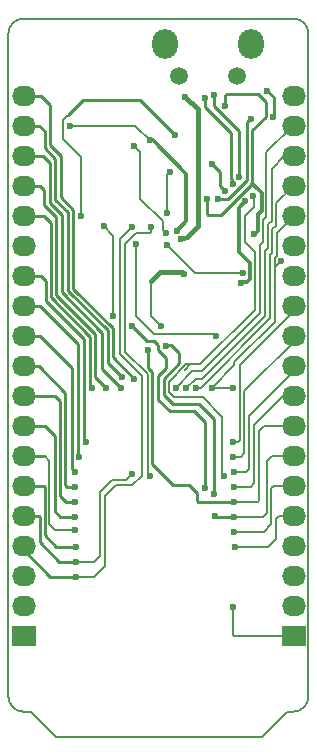
<source format=gbr>
G04 #@! TF.FileFunction,Copper,L2,Bot,Signal*
%FSLAX46Y46*%
G04 Gerber Fmt 4.6, Leading zero omitted, Abs format (unit mm)*
G04 Created by KiCad (PCBNEW (2015-01-16 BZR 5376)-product) date 03-Feb-17 1:00:34 PM*
%MOMM*%
G01*
G04 APERTURE LIST*
%ADD10C,0.100000*%
%ADD11C,0.150000*%
%ADD12R,2.032000X1.727200*%
%ADD13O,2.032000X1.727200*%
%ADD14C,1.500000*%
%ADD15O,2.200000X2.500000*%
%ADD16C,0.600000*%
%ADD17C,0.250000*%
%ADD18C,0.200000*%
%ADD19C,0.400000*%
%ADD20C,0.300000*%
G04 APERTURE END LIST*
D10*
D11*
X98806000Y-128143000D02*
X99060000Y-127889000D01*
X81407000Y-128143000D02*
X98806000Y-128143000D01*
X81153000Y-127889000D02*
X81407000Y-128143000D01*
X77343000Y-124714000D02*
X77343000Y-68580000D01*
X79248000Y-125984000D02*
X78613000Y-125984000D01*
X101473000Y-125984000D02*
X100965000Y-125984000D01*
X102743000Y-68580000D02*
X102743000Y-124714000D01*
X78613000Y-67310000D02*
X101473000Y-67310000D01*
X78613000Y-67310000D02*
G75*
G03X77343000Y-68580000I0J-1270000D01*
G01*
X102743000Y-68580000D02*
G75*
G03X101473000Y-67310000I-1270000J0D01*
G01*
X101473000Y-125984000D02*
G75*
G03X102743000Y-124714000I0J1270000D01*
G01*
X77343000Y-124714000D02*
G75*
G03X78613000Y-125984000I1270000J0D01*
G01*
X81153000Y-127889000D02*
X79248000Y-125984000D01*
X100965000Y-125984000D02*
X99060000Y-127889000D01*
D12*
X78622721Y-119577474D03*
D13*
X78622721Y-117037474D03*
X78622721Y-114497474D03*
X78622721Y-111957474D03*
X78622721Y-109417474D03*
X78622721Y-106877474D03*
X78622721Y-104337474D03*
X78622721Y-101797474D03*
X78622721Y-99257474D03*
X78622721Y-96717474D03*
X78622721Y-94177474D03*
X78622721Y-91637474D03*
X78622721Y-89097474D03*
X78622721Y-86557474D03*
X78622721Y-84017474D03*
X78622721Y-81477474D03*
X78622721Y-78937474D03*
X78622721Y-76397474D03*
X78622721Y-73857474D03*
D12*
X101482721Y-119577474D03*
D13*
X101482721Y-117037474D03*
X101482721Y-114497474D03*
X101482721Y-111957474D03*
X101482721Y-109417474D03*
X101482721Y-106877474D03*
X101482721Y-104337474D03*
X101482721Y-101797474D03*
X101482721Y-99257474D03*
X101482721Y-96717474D03*
X101482721Y-94177474D03*
X101482721Y-91637474D03*
X101482721Y-89097474D03*
X101482721Y-86557474D03*
X101482721Y-84017474D03*
X101482721Y-81477474D03*
X101482721Y-78937474D03*
X101482721Y-76397474D03*
X101482721Y-73857474D03*
D14*
X96659000Y-72136000D03*
D15*
X97859000Y-69486000D03*
D14*
X91809000Y-72136000D03*
D15*
X90609000Y-69486000D03*
D16*
X99250500Y-73406000D03*
X99758500Y-75628500D03*
X90255920Y-93313875D03*
X82991520Y-110585875D03*
X95694500Y-81915000D03*
X94615000Y-79659239D03*
X92329000Y-73914000D03*
X91948000Y-85979000D03*
X92202000Y-88900000D03*
X97840800Y-75844400D03*
X95046800Y-82600800D03*
X82585120Y-76397475D03*
X91576720Y-85287475D03*
X94132400Y-82600800D03*
X95707200Y-74676000D03*
X89290720Y-77616675D03*
X98094800Y-85547200D03*
X96351920Y-117139075D03*
X87766720Y-93313875D03*
X93964320Y-107080674D03*
X86169500Y-92456000D03*
X85407500Y-84899500D03*
X97383600Y-82753200D03*
X97028000Y-89725500D03*
X94932500Y-94170500D03*
X88138000Y-86360000D03*
X83042320Y-114548276D03*
X87766720Y-84982675D03*
X83042320Y-113329074D03*
X87766720Y-105861475D03*
X89290720Y-106064675D03*
X89443121Y-84982676D03*
X96901000Y-80708500D03*
X94742000Y-73787000D03*
X93980000Y-74041000D03*
X96329500Y-81343500D03*
X90678000Y-85471000D03*
X88011000Y-78105000D03*
X94573921Y-98546276D03*
X100457000Y-87820500D03*
X96329500Y-98615500D03*
X97180400Y-88849200D03*
X90805000Y-86487000D03*
X96504320Y-112008275D03*
X96453520Y-110738275D03*
X98044000Y-82296000D03*
X95567500Y-106045000D03*
X96453520Y-109468275D03*
X90662320Y-94990275D03*
X94726319Y-107537875D03*
X94827920Y-109417475D03*
X96402720Y-108249074D03*
X89189119Y-95345875D03*
X96402720Y-106928275D03*
X96402720Y-105709075D03*
X96351920Y-104388275D03*
X96351920Y-103169075D03*
X83905920Y-103169075D03*
X83347119Y-104439075D03*
X82940720Y-105709075D03*
X82991520Y-106928275D03*
X82991520Y-108198276D03*
X82940720Y-109468274D03*
X83042320Y-112059075D03*
X93253120Y-98597075D03*
X92389520Y-98597075D03*
X91525920Y-98546275D03*
X87969921Y-97784274D03*
X86953920Y-97682676D03*
X86903120Y-98597075D03*
X85633120Y-98597076D03*
X84413922Y-98597075D03*
X90763921Y-83763475D03*
X91059000Y-80264000D03*
X83499520Y-84017476D03*
X91440000Y-77152500D03*
D17*
X99250500Y-73406000D02*
X99822000Y-73977500D01*
X99822000Y-73977500D02*
X99822000Y-75565000D01*
X99822000Y-75565000D02*
X99758500Y-75628500D01*
D18*
X89392320Y-92450276D02*
X90255920Y-93313875D01*
X89392320Y-89550680D02*
X89392320Y-92450276D01*
D11*
X81315120Y-110585875D02*
X82991520Y-110585875D01*
X80807120Y-110077875D02*
X81315120Y-110585875D01*
X80807120Y-104743875D02*
X80807120Y-110077875D01*
X80400721Y-104337475D02*
X80807120Y-104743875D01*
D17*
X78622720Y-104337475D02*
X80400721Y-104337475D01*
D19*
X93405520Y-82493474D02*
X93405520Y-82493474D01*
D17*
X95250000Y-80294239D02*
X94615000Y-79659239D01*
X95250000Y-80294239D02*
X95250000Y-81470500D01*
X95250000Y-81470500D02*
X95694500Y-81915000D01*
D19*
X93405520Y-74990520D02*
X93405520Y-75330675D01*
X92329000Y-73914000D02*
X93405520Y-74990520D01*
X93405520Y-75330675D02*
X93405520Y-82493474D01*
X93405520Y-84830275D02*
X92440321Y-85795474D01*
X92440321Y-85795474D02*
X92440320Y-85795474D01*
X92440320Y-85795474D02*
X91948000Y-85979000D01*
X93405520Y-82493474D02*
X93405520Y-84830275D01*
X92202000Y-88900000D02*
X92075000Y-88773000D01*
X92075000Y-88773000D02*
X90170000Y-88773000D01*
X90170000Y-88773000D02*
X89392320Y-89550680D01*
D17*
X95046800Y-82600800D02*
X95961200Y-82600800D01*
X97561400Y-81000600D02*
X97561400Y-80086200D01*
X95961200Y-82600800D02*
X97561400Y-81000600D01*
X97561400Y-80086200D02*
X97561400Y-76073000D01*
X97561400Y-76073000D02*
X97790000Y-75844400D01*
X97790000Y-75844400D02*
X97840800Y-75844400D01*
D18*
X89290720Y-77616675D02*
X88071520Y-76397475D01*
X88071520Y-76397475D02*
X82585120Y-76397475D01*
D20*
X91576720Y-85287475D02*
X92389520Y-84474676D01*
X92389520Y-84474676D02*
X92389520Y-80461475D01*
X92389520Y-80461475D02*
X89544719Y-77616675D01*
X89544719Y-77616675D02*
X89290720Y-77616675D01*
D17*
X94132400Y-82600800D02*
X94132400Y-83820000D01*
X94132400Y-83820000D02*
X94234000Y-83921600D01*
X94234000Y-83921600D02*
X95351600Y-83921600D01*
X95351600Y-83921600D02*
X97993200Y-81280000D01*
X97993200Y-81280000D02*
X97993200Y-76758800D01*
X97993200Y-76758800D02*
X99110800Y-75641200D01*
X99110800Y-75641200D02*
X99110800Y-74371200D01*
X99110800Y-74371200D02*
X98450400Y-73710800D01*
X98450400Y-73710800D02*
X95808800Y-73710800D01*
X95808800Y-73710800D02*
X95707200Y-73812400D01*
X95707200Y-73812400D02*
X95707200Y-74676000D01*
D20*
X98202798Y-85547200D02*
X98488500Y-85261498D01*
X98488500Y-85261498D02*
X98488500Y-84328000D01*
X98488500Y-81775300D02*
X97993200Y-81280000D01*
X98094800Y-85547200D02*
X98202798Y-85547200D01*
X98488500Y-83883500D02*
X98786998Y-83585002D01*
X98786998Y-83585002D02*
X98786998Y-82073798D01*
X98786998Y-82073798D02*
X98488500Y-81775300D01*
X98488500Y-84328000D02*
X98488500Y-83883500D01*
D18*
X96351920Y-119526676D02*
X96351920Y-117139075D01*
X96402720Y-119577476D02*
X96351920Y-119526676D01*
X101482721Y-119577474D02*
X96402720Y-119577476D01*
D17*
X87766720Y-93313875D02*
X89087520Y-94634674D01*
X89087520Y-94634674D02*
X89697120Y-94634674D01*
X89697120Y-94634674D02*
X90001920Y-94939475D01*
X90001920Y-94939475D02*
X90001920Y-95345875D01*
X90001920Y-95345875D02*
X90713121Y-96057075D01*
X90713121Y-96057075D02*
X90713120Y-96929380D01*
X90713120Y-96929380D02*
X90043000Y-97599500D01*
X90043000Y-97599500D02*
X90043000Y-99568000D01*
X90043000Y-99568000D02*
X90995500Y-100520500D01*
X90995500Y-100520500D02*
X93027480Y-100520500D01*
X93027480Y-100520500D02*
X93964320Y-101457344D01*
X93964320Y-101457344D02*
X93964320Y-107080674D01*
D18*
X86169500Y-92456000D02*
X86233000Y-92392500D01*
X86233000Y-92392500D02*
X86233000Y-85725000D01*
X86233000Y-85725000D02*
X85407500Y-84899500D01*
D20*
X97790000Y-88036400D02*
X96824800Y-87071200D01*
X96824800Y-87071200D02*
X96824800Y-83312000D01*
X96824800Y-83312000D02*
X97383600Y-82753200D01*
X97790000Y-88074500D02*
X97790000Y-88036400D01*
X97790000Y-88036400D02*
X97790000Y-88074500D01*
X97790000Y-89344500D02*
X97790000Y-88036400D01*
X97536000Y-89598500D02*
X97790000Y-89344500D01*
X97155000Y-89598500D02*
X97536000Y-89598500D01*
X97028000Y-89725500D02*
X97155000Y-89598500D01*
D18*
X94932500Y-94170500D02*
X94742000Y-93980000D01*
X94742000Y-93980000D02*
X89662000Y-93980000D01*
X89662000Y-93980000D02*
X88138000Y-92456000D01*
X88138000Y-92456000D02*
X88138000Y-86360000D01*
D17*
X78622720Y-112313076D02*
X78622721Y-111957475D01*
X83042320Y-114548276D02*
X80857920Y-114548276D01*
X80857920Y-114548276D02*
X78622720Y-112313076D01*
D18*
X87766720Y-84982675D02*
X86750720Y-85998675D01*
X86750720Y-85998675D02*
X86750720Y-95701474D01*
X86750720Y-95701474D02*
X88630320Y-97581076D01*
X88630320Y-97581076D02*
X88630320Y-106013874D01*
X88630320Y-106013874D02*
X87817520Y-106826676D01*
X87817520Y-106826676D02*
X86445922Y-106826675D01*
X86445922Y-106826675D02*
X85531521Y-107741075D01*
X85531521Y-107741075D02*
X85531520Y-113633874D01*
X85531520Y-113633874D02*
X84617120Y-114548274D01*
X84617120Y-114548274D02*
X83042320Y-114548276D01*
D17*
X79994320Y-109468275D02*
X79943520Y-109417475D01*
X79994320Y-111652675D02*
X79994320Y-109468275D01*
X81619920Y-113278274D02*
X79994320Y-111652675D01*
X82991520Y-113278274D02*
X81619920Y-113278274D01*
X83042320Y-113329074D02*
X82991520Y-113278274D01*
X79943520Y-109417475D02*
X78622721Y-109417474D01*
D18*
X84617121Y-113329074D02*
X83042320Y-113329074D01*
X85125120Y-112821075D02*
X84617121Y-113329074D01*
X85125120Y-107385474D02*
X85125120Y-112821075D01*
X86141120Y-106369474D02*
X85125120Y-107385474D01*
X86344320Y-106369474D02*
X86141120Y-106369474D01*
X87258720Y-106369475D02*
X86344320Y-106369474D01*
X87766720Y-105861475D02*
X87258720Y-106369475D01*
X89138320Y-105912275D02*
X89290720Y-106064675D01*
X89138320Y-97428675D02*
X89138320Y-105912275D01*
X87207920Y-95498275D02*
X89138320Y-97428675D01*
X87207920Y-86405074D02*
X87207920Y-95498275D01*
X88122320Y-85490674D02*
X87207920Y-86405074D01*
X89290720Y-85490676D02*
X88122320Y-85490674D01*
X89443120Y-85338275D02*
X89290720Y-85490676D01*
X89443121Y-84982676D02*
X89443120Y-85338275D01*
D17*
X96901000Y-77343000D02*
X96901000Y-76946554D01*
X96901000Y-80708500D02*
X96901000Y-77343000D01*
X96901000Y-76835000D02*
X94742000Y-74676000D01*
X94742000Y-74676000D02*
X94742000Y-73787000D01*
X96901000Y-77343000D02*
X96901000Y-76835000D01*
X96202500Y-77025500D02*
X93980000Y-74803000D01*
X93980000Y-74803000D02*
X93980000Y-74041000D01*
X96329500Y-81343500D02*
X96329500Y-81026000D01*
X96202500Y-80899000D02*
X96202500Y-77216000D01*
X96329500Y-81026000D02*
X96202500Y-80899000D01*
X96202500Y-77216000D02*
X96202500Y-77025500D01*
D18*
X90678000Y-85471000D02*
X90424000Y-85217000D01*
X90424000Y-85217000D02*
X90424000Y-84455000D01*
X90424000Y-84455000D02*
X88519000Y-82550000D01*
X88519000Y-78994000D02*
X88519000Y-78867000D01*
X88519000Y-82550000D02*
X88519000Y-78994000D01*
X88519000Y-78613000D02*
X88011000Y-78105000D01*
X88519000Y-78994000D02*
X88519000Y-78613000D01*
X94573921Y-98546276D02*
X96453520Y-96666675D01*
X96453520Y-96666675D02*
X96453519Y-96412675D01*
X96453519Y-96412675D02*
X99907920Y-92958274D01*
X99907920Y-87820500D02*
X99907920Y-87544080D01*
X99907920Y-88455500D02*
X99907920Y-87820500D01*
X99907920Y-92958274D02*
X99907920Y-88455500D01*
X96329500Y-98615500D02*
X96260276Y-98546276D01*
X96260276Y-98546276D02*
X94573921Y-98546276D01*
X97180400Y-88849200D02*
X97167700Y-88836500D01*
X97167700Y-88836500D02*
X93154500Y-88836500D01*
X90805000Y-86487000D02*
X93154500Y-88836500D01*
X99907920Y-88369580D02*
X100457000Y-87820500D01*
X99907920Y-88455500D02*
X99907920Y-88369580D01*
X100076000Y-87376000D02*
X99907920Y-87544080D01*
X100076000Y-85471000D02*
X100076000Y-87376000D01*
X101482721Y-84064279D02*
X100076000Y-85471000D01*
X101482721Y-84017474D02*
X101482721Y-84064279D01*
X96504320Y-112008275D02*
X99349121Y-112008275D01*
X99349121Y-112008275D02*
X100009520Y-111347874D01*
X100009520Y-111347874D02*
X100009522Y-109671475D01*
X100009522Y-109671475D02*
X100263520Y-109417475D01*
X100263520Y-109417475D02*
X101482721Y-109417474D01*
X96453520Y-110738275D02*
X98993521Y-110738275D01*
X98993521Y-110738275D02*
X99609519Y-110122278D01*
X99609519Y-110122278D02*
X99609518Y-107074277D01*
X99609518Y-107074277D02*
X99806320Y-106877475D01*
X99806320Y-106877475D02*
X101482720Y-106877475D01*
X98234500Y-87058500D02*
X98234500Y-91948000D01*
X98234500Y-91948000D02*
X93599000Y-96583500D01*
X92964000Y-96583500D02*
X92710000Y-96583500D01*
X93599000Y-96583500D02*
X92964000Y-96583500D01*
X92710000Y-96583500D02*
X92265500Y-97028000D01*
X98044000Y-82296000D02*
X98171000Y-82423000D01*
X98171000Y-82423000D02*
X98171000Y-83248500D01*
X98171000Y-83248500D02*
X97409000Y-84010500D01*
X97409000Y-84010500D02*
X97409000Y-86233000D01*
X97409000Y-86233000D02*
X97790000Y-86614000D01*
X97790000Y-86614000D02*
X98234500Y-87058500D01*
X95440500Y-101028500D02*
X95440500Y-105918000D01*
X90932000Y-98933000D02*
X91376500Y-99377500D01*
X91376500Y-99377500D02*
X93789500Y-99377500D01*
X93789500Y-99377500D02*
X95440500Y-101028500D01*
X92964000Y-96583500D02*
X92392500Y-96583500D01*
X90932000Y-98869774D02*
X90932000Y-98869500D01*
X90932000Y-98044000D02*
X90932000Y-98869774D01*
X92392500Y-96583500D02*
X90932000Y-98044000D01*
X90932000Y-98869500D02*
X90932000Y-98933000D01*
X95440500Y-105918000D02*
X95567500Y-106045000D01*
X99209516Y-104781879D02*
X99653920Y-104337475D01*
X99209516Y-109150679D02*
X99209516Y-104781879D01*
X98891920Y-109468275D02*
X99209516Y-109150679D01*
X96453520Y-109468275D02*
X98891920Y-109468275D01*
X99653920Y-104337475D02*
X101482720Y-104337475D01*
D17*
X91249500Y-99949000D02*
X93472000Y-99949000D01*
X90487500Y-99187000D02*
X91249500Y-99949000D01*
X90487500Y-97789999D02*
X90487500Y-99187000D01*
X91779921Y-96497579D02*
X90487500Y-97789999D01*
X91779921Y-95599875D02*
X91779921Y-96497579D01*
X91119521Y-94939474D02*
X91779921Y-95599875D01*
X90713120Y-94939475D02*
X91119521Y-94939474D01*
X90662320Y-94990275D02*
X90713120Y-94939475D01*
X94710250Y-107521806D02*
X94726319Y-107537875D01*
X94878720Y-109468275D02*
X96453520Y-109468275D01*
X94827920Y-109417475D02*
X94878720Y-109468275D01*
X94710250Y-101346000D02*
X94710250Y-107521806D01*
X94710250Y-101187250D02*
X93472000Y-99949000D01*
X94710250Y-101346000D02*
X94710250Y-101187250D01*
D18*
X96402720Y-108249074D02*
X96453520Y-108198274D01*
X96453520Y-108198274D02*
X98434720Y-108198274D01*
X98434720Y-108198274D02*
X98536320Y-108096674D01*
X98536320Y-108096674D02*
X98536320Y-102254674D01*
X98536320Y-102254674D02*
X98993520Y-101797476D01*
X98993520Y-101797476D02*
X101482720Y-101797476D01*
D17*
X89189119Y-95345875D02*
X89239919Y-95396675D01*
X89189120Y-96869874D02*
X89535000Y-97215753D01*
X89535000Y-97215753D02*
X89534998Y-105038952D01*
X89534998Y-105038952D02*
X91271920Y-106775875D01*
X91271920Y-106775875D02*
X92643522Y-106775875D01*
X92643522Y-106775875D02*
X93303920Y-107436274D01*
X93303920Y-107436274D02*
X93303920Y-108147476D01*
X93303920Y-108147476D02*
X93405520Y-108249076D01*
X93405520Y-108249076D02*
X96402720Y-108249074D01*
X89189119Y-95345875D02*
X89189120Y-96869874D01*
D18*
X96402720Y-106928275D02*
X97875920Y-106928276D01*
X97875920Y-106928276D02*
X98136319Y-106667877D01*
X98136319Y-106667877D02*
X98136318Y-101689477D01*
X98136318Y-101689477D02*
X100568320Y-99257475D01*
X100568320Y-99257475D02*
X101482720Y-99257475D01*
X96402720Y-105709075D02*
X96453520Y-105658275D01*
X96453520Y-105658275D02*
X97482318Y-105658275D01*
X97482318Y-105658275D02*
X97723522Y-105417071D01*
X97723522Y-105417071D02*
X97723520Y-100939074D01*
X97723520Y-100939074D02*
X101945120Y-96717474D01*
X101945120Y-96717474D02*
X101482721Y-96717474D01*
X96351920Y-104388275D02*
X97012321Y-104388275D01*
X97012321Y-104388275D02*
X97317120Y-104083476D01*
X97317120Y-104083476D02*
X97317121Y-98851074D01*
X97317121Y-98851074D02*
X101990719Y-94177475D01*
X101990719Y-94177475D02*
X101482720Y-94177475D01*
X96351920Y-103169075D02*
X96402720Y-103118276D01*
X96402720Y-103118276D02*
X96764718Y-103118275D01*
X96764718Y-103118275D02*
X96917118Y-102965875D01*
X96917118Y-102965875D02*
X96917119Y-96642276D01*
X96917119Y-96642276D02*
X101921921Y-91637474D01*
X101921921Y-91637474D02*
X101482720Y-91637476D01*
D17*
X83905920Y-103169075D02*
X83753520Y-103016676D01*
X83753520Y-103016676D02*
X83753520Y-94431476D01*
X83753520Y-94431476D02*
X80502320Y-91180276D01*
X80502320Y-91180276D02*
X80502320Y-89503874D01*
X80502320Y-89503874D02*
X80095920Y-89097475D01*
X80095920Y-89097475D02*
X78622721Y-89097475D01*
X83347119Y-104439075D02*
X83245520Y-104337475D01*
X83245520Y-104337475D02*
X83245520Y-94846275D01*
X83245520Y-94846275D02*
X80036720Y-91637476D01*
X80036720Y-91637476D02*
X78622720Y-91637476D01*
X82940720Y-105709075D02*
X82686721Y-105455075D01*
X82686721Y-105455075D02*
X82686721Y-96869874D01*
X82686721Y-96869874D02*
X79994320Y-94177474D01*
X79994320Y-94177474D02*
X78622720Y-94177475D01*
X82991520Y-106928275D02*
X82331121Y-106928276D01*
X82331121Y-106928276D02*
X82171522Y-106768677D01*
X82171522Y-106768677D02*
X82171523Y-98996277D01*
X82171523Y-98996277D02*
X79892720Y-96717475D01*
X79892720Y-96717475D02*
X78622721Y-96717474D01*
X82991520Y-108198276D02*
X82178720Y-108198274D01*
X82178720Y-108198274D02*
X81721520Y-107741075D01*
X81721520Y-107741075D02*
X81721520Y-99714675D01*
X81721520Y-99714675D02*
X81264322Y-99257475D01*
X81264322Y-99257475D02*
X78622720Y-99257475D01*
X82940720Y-109468274D02*
X81721520Y-109468275D01*
X81721520Y-109468275D02*
X81257122Y-109003877D01*
X81257122Y-109003877D02*
X81257122Y-102653877D01*
X81257122Y-102653877D02*
X80400720Y-101797476D01*
X80400720Y-101797476D02*
X78622720Y-101797476D01*
X83042320Y-112059075D02*
X82991519Y-112008275D01*
X82991519Y-112008275D02*
X81365921Y-112008275D01*
X81365921Y-112008275D02*
X80400721Y-111043075D01*
X80400721Y-111043075D02*
X80400721Y-106928275D01*
X80400721Y-106928275D02*
X80349921Y-106877475D01*
X80349921Y-106877475D02*
X78622720Y-106877475D01*
D18*
X93253120Y-98597075D02*
X93303920Y-98546275D01*
X93303920Y-98546275D02*
X93608720Y-98546275D01*
X93608720Y-98546275D02*
X99507918Y-92647077D01*
X99507918Y-92647077D02*
X99507918Y-88138000D01*
X101275526Y-81477474D02*
X101482721Y-81477474D01*
X99507918Y-87340080D02*
X99695000Y-87152998D01*
X99695000Y-87152998D02*
X99695000Y-85407500D01*
X99507918Y-88138000D02*
X99507918Y-87340080D01*
X99695000Y-85153500D02*
X100012500Y-84836000D01*
X100012500Y-84836000D02*
X100012500Y-82947695D01*
X100012500Y-82947695D02*
X101482721Y-81477474D01*
X99695000Y-85407500D02*
X99695000Y-85153500D01*
X99044321Y-92412270D02*
X99044321Y-92412270D01*
X92389520Y-98597075D02*
X93196595Y-97790000D01*
X99044321Y-92471679D02*
X93726000Y-97790000D01*
X93726000Y-97790000D02*
X93196595Y-97790000D01*
X99044321Y-92412270D02*
X99044321Y-92471679D01*
X99044320Y-92412269D02*
X99044321Y-92412270D01*
X99044320Y-87820500D02*
X99044320Y-92412269D01*
X100704026Y-78937474D02*
X101482721Y-78937474D01*
X99044320Y-87010680D02*
X99344998Y-86710002D01*
X99344998Y-86710002D02*
X99344998Y-84741502D01*
X99344998Y-84741502D02*
X99631500Y-84455000D01*
X99631500Y-84455000D02*
X99631500Y-80010000D01*
X99631500Y-80010000D02*
X100704026Y-78937474D01*
X99044320Y-87820500D02*
X99044320Y-87010680D01*
X101838320Y-76397474D02*
X101482720Y-76397475D01*
X98234500Y-92646500D02*
X93726000Y-97155000D01*
X91525920Y-98546275D02*
X92917195Y-97155000D01*
X93726000Y-97155000D02*
X92917195Y-97155000D01*
X98653600Y-92202000D02*
X98653600Y-92202000D01*
X98653600Y-87249000D02*
X98653600Y-92202000D01*
X101482721Y-76397474D02*
X100945326Y-76397474D01*
X98653600Y-92227400D02*
X98234500Y-92646500D01*
X98653600Y-92202000D02*
X98653600Y-92227400D01*
X101402526Y-76397474D02*
X101482721Y-76397474D01*
X98653600Y-86512400D02*
X98933000Y-86233000D01*
X98933000Y-86233000D02*
X98933000Y-84328000D01*
X98933000Y-84328000D02*
X99187000Y-84074000D01*
X99187000Y-84074000D02*
X99187000Y-78613000D01*
X99187000Y-78613000D02*
X101402526Y-76397474D01*
X98653600Y-87249000D02*
X98653600Y-86512400D01*
D17*
X80095920Y-73857475D02*
X78622721Y-73857474D01*
X80857920Y-74619475D02*
X80095920Y-73857475D01*
X80857920Y-78030273D02*
X80857920Y-74619475D01*
X81772320Y-78944673D02*
X80857920Y-78030273D01*
X81772321Y-82449873D02*
X81772320Y-78944673D01*
X82839120Y-83516673D02*
X81772321Y-82449873D01*
X82839120Y-90171474D02*
X82839120Y-83516673D01*
X86184722Y-93517076D02*
X82839120Y-90171474D01*
X86184722Y-95999077D02*
X86184722Y-93517076D01*
X87969921Y-97784274D02*
X86184722Y-95999077D01*
X86953920Y-97682676D02*
X85734720Y-96463476D01*
X85734720Y-96463476D02*
X85734721Y-93715071D01*
X85734721Y-93715071D02*
X82381920Y-90362271D01*
X82381920Y-90362271D02*
X82381920Y-83719872D01*
X82381920Y-83719872D02*
X81315120Y-82653074D01*
X81315120Y-82653074D02*
X81315120Y-79191475D01*
X81315120Y-79191475D02*
X80400720Y-78277075D01*
X80400720Y-78277075D02*
X80400720Y-76854676D01*
X80400720Y-76854676D02*
X79943520Y-76397475D01*
X79943520Y-76397475D02*
X78622720Y-76397475D01*
X86903120Y-98597075D02*
X85277520Y-96971474D01*
X85277520Y-96971474D02*
X85277520Y-93894269D01*
X85277520Y-93894269D02*
X81873920Y-90490669D01*
X81873920Y-90490669D02*
X81873920Y-83915875D01*
X81873920Y-83915875D02*
X80857920Y-82899875D01*
X80857920Y-82899875D02*
X80857920Y-79496275D01*
X80857920Y-79496275D02*
X80299120Y-78937476D01*
X80299120Y-78937476D02*
X78622720Y-78937476D01*
X85633120Y-98597076D02*
X84711522Y-97675477D01*
X84711522Y-97675477D02*
X84711522Y-94017877D01*
X84711522Y-94017877D02*
X81402324Y-90708678D01*
X81402324Y-90708678D02*
X81402324Y-84104680D01*
X81402324Y-84104680D02*
X80349920Y-83052276D01*
X80349920Y-83052276D02*
X80349921Y-81833075D01*
X80349921Y-81833075D02*
X79994320Y-81477474D01*
X79994320Y-81477474D02*
X78622720Y-81477475D01*
X84413922Y-98597075D02*
X84261522Y-98444675D01*
X84261522Y-98444675D02*
X84261522Y-94228275D01*
X84261522Y-94228275D02*
X80952323Y-90919077D01*
X80952323Y-90919077D02*
X80952323Y-84619877D01*
X80952323Y-84619877D02*
X80349921Y-84017475D01*
X80349921Y-84017475D02*
X78622720Y-84017475D01*
D18*
X90763921Y-80559079D02*
X90763921Y-83763475D01*
X91059000Y-80264000D02*
X90763921Y-80559079D01*
X82423000Y-75438000D02*
X81978500Y-75882500D01*
X81978500Y-75882500D02*
X81978500Y-77533500D01*
X81978500Y-77533500D02*
X83499520Y-79054520D01*
X83499520Y-79054520D02*
X83499520Y-84017476D01*
D17*
X91440000Y-77152500D02*
X88455500Y-74168000D01*
X88455500Y-74168000D02*
X83693000Y-74168000D01*
X83693000Y-74168000D02*
X82423000Y-75438000D01*
M02*

</source>
